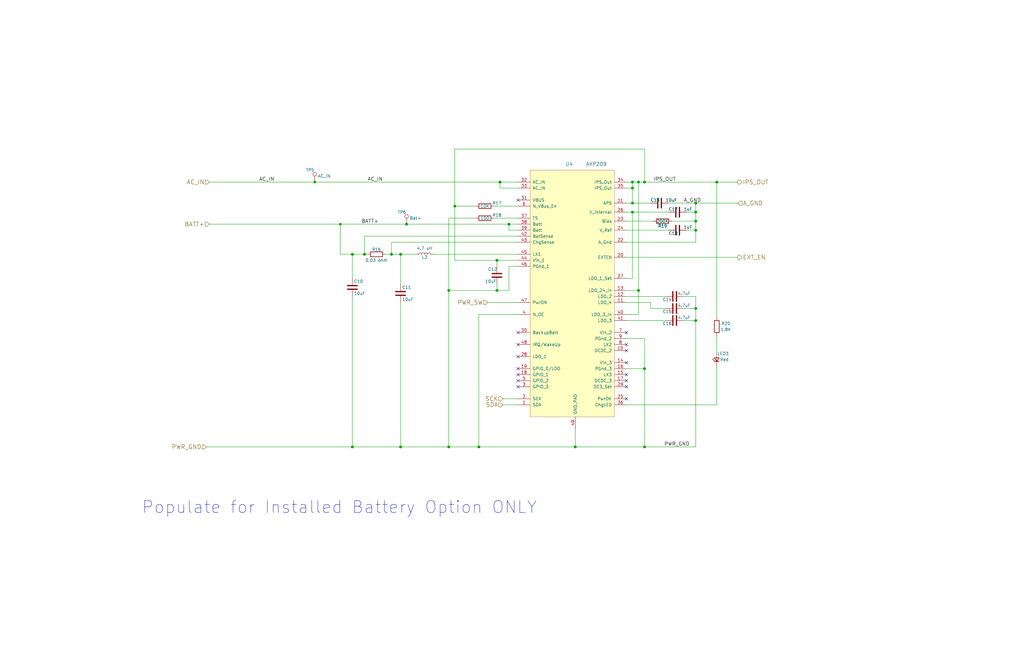
<source format=kicad_sch>
(kicad_sch (version 20211123) (generator eeschema)
  (paper "USLedger")
  (title_block (title "ConnectBox HAT 8") (date "2023-04-13") (rev "8.0.0") (company "ConnectBox") (comment 1 "JRA"))
  (lib_symbols
    (symbol "Connector:TestPoint" (pin_numbers hide) (pin_names (offset 0.762) hide)
      (property "Reference" "TP" (at 0 6.858 0))
      (property "Value" "TestPoint" (at 0 5.08 0))
      (symbol "TestPoint_0_1"
        (circle (center 0 3.302) (radius 0.762))
      )
      (symbol "TestPoint_1_1"
        (pin passive line (at 0 0 90) (length 2.54) (name "1") (number "1"))
      )
    )
    (symbol "Custom_1:AXP209" (pin_names (offset 1.016))
      (property "Reference" "U" (at -6.35 40.64 0))
      (property "Value" "AXP209" (at 5.08 40.64 0))
      (symbol "AXP209_0_1"
        (rectangle (start -22.86 38.1) (end 12.7 -66.04) (stroke (width 0.0254)) (fill (type background)))
      )
      (symbol "AXP209_1_1"
        (pin input line (at -27.94 -60.96 0) (length 5.08) (name "SDA") (number "1"))
        (pin input line (at 17.78 -38.1 180) (length 5.08) (name "DCDC_2") (number "10"))
        (pin input line (at 17.78 -17.78 180) (length 5.08) (name "LDO_4") (number "11"))
        (pin input line (at 17.78 -15.24 180) (length 5.08) (name "LDO_2") (number "12"))
        (pin input line (at 17.78 -12.7 180) (length 5.08) (name "LDO_24_In") (number "13"))
        (pin input line (at 17.78 -43.18 180) (length 5.08) (name "Vin_3") (number "14"))
        (pin input line (at 17.78 -48.26 180) (length 5.08) (name "LX3") (number "15"))
        (pin input line (at 17.78 -45.72 180) (length 5.08) (name "PGnd_3") (number "16"))
        (pin input line (at 17.78 -50.8 180) (length 5.08) (name "DCDC_3") (number "17"))
        (pin input line (at -27.94 -48.26 0) (length 5.08) (name "GPIO_1") (number "18"))
        (pin input line (at -27.94 -45.72 0) (length 5.08) (name "GPIO_0/LDO") (number "19"))
        (pin input line (at -27.94 -58.42 0) (length 5.08) (name "SCK") (number "2"))
        (pin output line (at 17.78 1.27 180) (length 5.08) (name "EXTEN") (number "20"))
        (pin input line (at 17.78 24.13 180) (length 5.08) (name "APS") (number "21"))
        (pin input line (at 17.78 7.62 180) (length 5.08) (name "A_Gnd") (number "22"))
        (pin input line (at 17.78 16.51 180) (length 5.08) (name "Bias") (number "23"))
        (pin input line (at 17.78 12.7 180) (length 5.08) (name "V_Ref") (number "24"))
        (pin input line (at 17.78 -58.42 180) (length 5.08) (name "PwrOK") (number "25"))
        (pin input line (at 17.78 20.32 180) (length 5.08) (name "V_Internal") (number "26"))
        (pin input line (at 17.78 -7.62 180) (length 5.08) (name "LDO_1_Set") (number "27"))
        (pin input line (at -27.94 -40.64 0) (length 5.08) (name "LDO_1") (number "28"))
        (pin input line (at 17.78 -53.34 180) (length 5.08) (name "DC3_Set") (number "29"))
        (pin input line (at -27.94 -53.34 0) (length 5.08) (name "GPIO_3") (number "3"))
        (pin input line (at -27.94 -30.48 0) (length 5.08) (name "BackupBatt") (number "30"))
        (pin input line (at -27.94 25.4 0) (length 5.08) (name "VBUS") (number "31"))
        (pin input line (at -27.94 33.02 0) (length 5.08) (name "AC_IN") (number "32"))
        (pin input line (at -27.94 30.48 0) (length 5.08) (name "AC_IN") (number "33"))
        (pin input line (at 17.78 33.02 180) (length 5.08) (name "IPS_Out") (number "34"))
        (pin input line (at 17.78 30.48 180) (length 5.08) (name "IPS_Out") (number "35"))
        (pin input line (at 17.78 -60.96 180) (length 5.08) (name "ChgLED") (number "36"))
        (pin input line (at -27.94 17.78 0) (length 5.08) (name "TS") (number "37"))
        (pin input line (at -27.94 15.24 0) (length 5.08) (name "Batt") (number "38"))
        (pin input line (at -27.94 12.7 0) (length 5.08) (name "Batt") (number "39"))
        (pin input line (at -27.94 -22.86 0) (length 5.08) (name "N_OE") (number "4"))
        (pin input line (at 17.78 -22.86 180) (length 5.08) (name "LDO_3_In") (number "40"))
        (pin input line (at 17.78 -25.4 180) (length 5.08) (name "LDO_3") (number "41"))
        (pin input line (at -27.94 10.16 0) (length 5.08) (name "BatSense") (number "42"))
        (pin input line (at -27.94 7.62 0) (length 5.08) (name "ChgSense") (number "43"))
        (pin input line (at -27.94 0 0) (length 5.08) (name "Vin_1") (number "44"))
        (pin input line (at -27.94 2.54 0) (length 5.08) (name "LX1") (number "45"))
        (pin input line (at -27.94 -2.54 0) (length 5.08) (name "PGnd_1") (number "46"))
        (pin input line (at -27.94 -17.78 0) (length 5.08) (name "PwrON") (number "47"))
        (pin input line (at -27.94 -35.56 0) (length 5.08) (name "IRQ/WakeUp") (number "48"))
        (pin input line (at -3.81 -71.12 90) (length 5.08) (name "GND_PAD") (number "49"))
        (pin input line (at -27.94 -50.8 0) (length 5.08) (name "GPIO_2") (number "5"))
        (pin input line (at -27.94 22.86 0) (length 5.08) (name "N_VBus_En") (number "6"))
        (pin input line (at 17.78 -30.48 180) (length 5.08) (name "Vin_2") (number "7"))
        (pin input line (at 17.78 -35.56 180) (length 5.08) (name "LX2") (number "8"))
        (pin input line (at 17.78 -33.02 180) (length 5.08) (name "PGnd_2") (number "9"))
      )
    )
    (symbol "Device:C" (pin_numbers hide) (pin_names (offset 0.254))
      (property "Reference" "C" (at 0.635 2.54 0))
      (property "Value" "C" (at 0.635 -2.54 0))
      (symbol "C_0_1"
        (polyline (pts (xy -2.032 -0.762) (xy 2.032 -0.762)) (stroke (width 0.508)))
        (polyline (pts (xy -2.032 0.762) (xy 2.032 0.762)) (stroke (width 0.508)))
      )
      (symbol "C_1_1"
        (pin passive line (at 0 3.81 270) (length 2.794) (name "~") (number "1"))
        (pin passive line (at 0 -3.81 90) (length 2.794) (name "~") (number "2"))
      )
    )
    (symbol "Device:L" (pin_numbers hide) (pin_names (offset 1.016) hide)
      (property "Reference" "L" (at -1.27 0 90))
      (property "Value" "L" (at 1.905 0 90))
      (symbol "L_0_1"
        (arc (start 0 -2.54) (mid 0.635 -1.905) (end 0 -1.27))
        (arc (start 0 -1.27) (mid 0.635 -0.635) (end 0 0))
        (arc (start 0 0) (mid 0.635 0.635) (end 0 1.27))
        (arc (start 0 1.27) (mid 0.635 1.905) (end 0 2.54))
      )
      (symbol "L_1_1"
        (pin passive line (at 0 3.81 270) (length 1.27) (name "1") (number "1"))
        (pin passive line (at 0 -3.81 90) (length 1.27) (name "2") (number "2"))
      )
    )
    (symbol "Device:LED_Small" (pin_numbers hide) (pin_names (offset 0.254) hide)
      (property "Reference" "D" (at -1.27 3.175 0))
      (property "Value" "LED_Small" (at -4.445 -2.54 0))
      (symbol "LED_Small_0_1"
        (polyline (pts (xy -0.762 -1.016) (xy -0.762 1.016)) (stroke (width 0.254)))
        (polyline (pts (xy 1.016 0) (xy -0.762 0)))
        (polyline (pts (xy 0.762 -1.016) (xy -0.762 0) (xy 0.762 1.016) (xy 0.762 -1.016)) (stroke (width 0.254)))
        (polyline (pts (xy 0 0.762) (xy -0.508 1.27) (xy -0.254 1.27) (xy -0.508 1.27) (xy -0.508 1.016)))
        (polyline (pts (xy 0.508 1.27) (xy 0 1.778) (xy 0.254 1.778) (xy 0 1.778) (xy 0 1.524)))
      )
      (symbol "LED_Small_1_1"
        (pin passive line (at -2.54 0 0) (length 1.778) (name "K") (number "1"))
        (pin passive line (at 2.54 0 180) (length 1.778) (name "A") (number "2"))
      )
    )
    (symbol "Device:R" (pin_numbers hide) (pin_names (offset 0))
      (property "Reference" "R" (at 2.032 0 90))
      (property "Value" "R" (at 0 0 90))
      (symbol "R_0_1"
        (rectangle (start -1.016 -2.54) (end 1.016 2.54) (stroke (width 0.254)))
      )
      (symbol "R_1_1"
        (pin passive line (at 0 3.81 270) (length 1.27) (name "~") (number "1"))
        (pin passive line (at 0 -3.81 90) (length 1.27) (name "~") (number "2"))
      )
    )
  )
  (junction (at 271.78 155.575) (diameter 1.016))
  (junction (at 189.23 122.555) (diameter 1.016))
  (junction (at 293.37 93.345) (diameter 1.016))
  (junction (at 210.82 76.835) (diameter 1.016))
  (junction (at 293.37 85.725) (diameter 1.016))
  (junction (at 148.59 188.595) (diameter 1.016))
  (junction (at 165.1 107.315) (diameter 1.016))
  (junction (at 293.37 89.535) (diameter 1.016))
  (junction (at 266.7 89.535) (diameter 1.016))
  (junction (at 191.77 86.995) (diameter 1.016))
  (junction (at 266.7 85.725) (diameter 1.016))
  (junction (at 168.91 107.315) (diameter 1.016))
  (junction (at 293.37 97.155) (diameter 1.016))
  (junction (at 271.78 76.835) (diameter 1.016))
  (junction (at 143.51 94.615))
  (junction (at 132.715 76.835))
  (junction (at 271.78 188.595) (diameter 1.016))
  (junction (at 148.59 107.315) (diameter 1.016))
  (junction (at 201.93 188.595) (diameter 1.016))
  (junction (at 242.57 188.595) (diameter 1.016))
  (junction (at 266.7 76.835) (diameter 1.016))
  (junction (at 209.55 109.855) (diameter 1.016))
  (junction (at 171.45 94.615) (diameter 1.016))
  (junction (at 153.67 107.315) (diameter 1.016))
  (junction (at 209.55 122.555) (diameter 1.016))
  (junction (at 269.24 122.555) (diameter 1.016))
  (junction (at 293.37 130.175) (diameter 1.016))
  (junction (at 269.24 76.835) (diameter 1.016))
  (junction (at 266.7 79.375) (diameter 1.016))
  (junction (at 293.37 135.255) (diameter 1.016))
  (junction (at 302.26 76.835) (diameter 1.016))
  (junction (at 189.23 188.595) (diameter 1.016))
  (junction (at 168.91 188.595) (diameter 1.016))
  (junction (at 214.63 94.615) (diameter 1.016))
  (no_connect (at 218.44 160.655))
  (no_connect (at 264.16 158.115))
  (no_connect (at 264.16 168.275))
  (no_connect (at 264.16 147.955))
  (no_connect (at 218.44 158.115))
  (no_connect (at 218.44 140.335))
  (no_connect (at 218.44 163.195))
  (no_connect (at 264.16 145.415))
  (no_connect (at 264.16 140.335))
  (no_connect (at 218.44 84.455))
  (no_connect (at 218.44 145.415))
  (no_connect (at 218.44 155.575))
  (no_connect (at 264.16 160.655))
  (no_connect (at 218.44 150.495))
  (no_connect (at 264.16 163.195))
  (no_connect (at 264.16 153.035))
  (wire (pts (xy 165.1 107.315) (xy 168.91 107.315)))
  (wire (pts (xy 191.77 62.865) (xy 271.78 62.865)))
  (wire (pts (xy 210.82 76.835) (xy 218.44 76.835)))
  (wire (pts (xy 148.59 107.315) (xy 153.67 107.315)))
  (wire (pts (xy 143.51 107.315) (xy 148.59 107.315)))
  (wire (pts (xy 208.28 86.995) (xy 218.44 86.995)))
  (wire (pts (xy 205.74 127.635) (xy 218.44 127.635)))
  (wire (pts (xy 293.37 97.155) (xy 289.56 97.155)))
  (wire (pts (xy 168.91 107.315) (xy 175.26 107.315)))
  (wire (pts (xy 302.26 76.835) (xy 311.15 76.835)))
  (wire (pts (xy 171.45 94.615) (xy 214.63 94.615)))
  (wire (pts (xy 281.94 85.725) (xy 293.37 85.725)))
  (wire (pts (xy 264.16 135.255) (xy 280.67 135.255)))
  (wire (pts (xy 288.29 130.175) (xy 293.37 130.175)))
  (wire (pts (xy 209.55 112.395) (xy 209.55 109.855)))
  (wire (pts (xy 271.78 188.595) (xy 242.57 188.595)))
  (wire (pts (xy 168.91 188.595) (xy 168.91 127.635)))
  (wire (pts (xy 264.16 85.725) (xy 266.7 85.725)))
  (wire (pts (xy 293.37 89.535) (xy 293.37 93.345)))
  (wire (pts (xy 269.24 132.715) (xy 264.16 132.715)))
  (wire (pts (xy 271.78 76.835) (xy 269.24 76.835)))
  (wire (pts (xy 132.715 76.835) (xy 210.82 76.835)))
  (wire (pts (xy 210.82 79.375) (xy 210.82 76.835)))
  (wire (pts (xy 264.16 89.535) (xy 266.7 89.535)))
  (wire (pts (xy 269.24 76.835) (xy 269.24 122.555)))
  (wire (pts (xy 148.59 125.095) (xy 148.59 188.595)))
  (wire (pts (xy 209.55 122.555) (xy 209.55 120.015)))
  (wire (pts (xy 269.24 122.555) (xy 269.24 132.715)))
  (wire (pts (xy 293.37 125.095) (xy 293.37 130.175)))
  (wire (pts (xy 189.23 188.595) (xy 201.93 188.595)))
  (wire (pts (xy 242.57 188.595) (xy 201.93 188.595)))
  (wire (pts (xy 168.91 188.595) (xy 148.59 188.595)))
  (wire (pts (xy 264.16 117.475) (xy 266.7 117.475)))
  (wire (pts (xy 293.37 85.725) (xy 311.15 85.725)))
  (wire (pts (xy 293.37 93.345) (xy 283.21 93.345)))
  (wire (pts (xy 214.63 94.615) (xy 218.44 94.615)))
  (wire (pts (xy 266.7 117.475) (xy 266.7 89.535)))
  (wire (pts (xy 209.55 122.555) (xy 189.23 122.555)))
  (wire (pts (xy 212.09 170.815) (xy 218.44 170.815)))
  (wire (pts (xy 200.66 92.075) (xy 189.23 92.075)))
  (wire (pts (xy 293.37 89.535) (xy 289.56 89.535)))
  (wire (pts (xy 264.16 127.635) (xy 274.32 127.635)))
  (wire (pts (xy 293.37 97.155) (xy 293.37 102.235)))
  (wire (pts (xy 271.78 142.875) (xy 271.78 155.575)))
  (wire (pts (xy 191.77 86.995) (xy 191.77 109.855)))
  (wire (pts (xy 148.59 117.475) (xy 148.59 107.315)))
  (wire (pts (xy 208.28 92.075) (xy 218.44 92.075)))
  (wire (pts (xy 293.37 130.175) (xy 293.37 135.255)))
  (wire (pts (xy 153.67 107.315) (xy 153.67 99.695)))
  (wire (pts (xy 281.94 97.155) (xy 264.16 97.155)))
  (wire (pts (xy 271.78 155.575) (xy 271.78 188.595)))
  (wire (pts (xy 214.63 94.615) (xy 214.63 97.155)))
  (wire (pts (xy 266.7 76.835) (xy 266.7 79.375)))
  (wire (pts (xy 264.16 125.095) (xy 280.67 125.095)))
  (wire (pts (xy 288.29 125.095) (xy 293.37 125.095)))
  (wire (pts (xy 302.26 76.835) (xy 302.26 133.985)))
  (wire (pts (xy 153.67 99.695) (xy 218.44 99.695)))
  (wire (pts (xy 293.37 85.725) (xy 293.37 89.535)))
  (wire (pts (xy 191.77 109.855) (xy 209.55 109.855)))
  (wire (pts (xy 153.67 107.315) (xy 154.94 107.315)))
  (wire (pts (xy 264.16 93.345) (xy 275.59 93.345)))
  (wire (pts (xy 264.16 155.575) (xy 271.78 155.575)))
  (wire (pts (xy 271.78 76.835) (xy 302.26 76.835)))
  (wire (pts (xy 288.29 135.255) (xy 293.37 135.255)))
  (wire (pts (xy 242.57 188.595) (xy 242.57 180.975)))
  (wire (pts (xy 264.16 170.815) (xy 302.26 170.815)))
  (wire (pts (xy 302.26 154.305) (xy 302.26 170.815)))
  (wire (pts (xy 266.7 89.535) (xy 281.94 89.535)))
  (wire (pts (xy 201.93 132.715) (xy 201.93 188.595)))
  (wire (pts (xy 218.44 132.715) (xy 201.93 132.715)))
  (wire (pts (xy 182.88 107.315) (xy 218.44 107.315)))
  (wire (pts (xy 266.7 79.375) (xy 266.7 85.725)))
  (wire (pts (xy 302.26 141.605) (xy 302.26 149.225)))
  (wire (pts (xy 218.44 79.375) (xy 210.82 79.375)))
  (wire (pts (xy 264.16 142.875) (xy 271.78 142.875)))
  (wire (pts (xy 293.37 93.345) (xy 293.37 97.155)))
  (wire (pts (xy 212.09 168.275) (xy 218.44 168.275)))
  (wire (pts (xy 189.23 92.075) (xy 189.23 122.555)))
  (wire (pts (xy 143.51 94.615) (xy 171.45 94.615)))
  (wire (pts (xy 86.995 188.595) (xy 148.59 188.595)))
  (wire (pts (xy 264.16 102.235) (xy 293.37 102.235)))
  (wire (pts (xy 218.44 102.235) (xy 165.1 102.235)))
  (wire (pts (xy 209.55 109.855) (xy 218.44 109.855)))
  (wire (pts (xy 271.78 188.595) (xy 293.37 188.595)))
  (wire (pts (xy 200.66 86.995) (xy 191.77 86.995)))
  (wire (pts (xy 274.32 127.635) (xy 274.32 130.175)))
  (wire (pts (xy 293.37 135.255) (xy 293.37 188.595)))
  (wire (pts (xy 162.56 107.315) (xy 165.1 107.315)))
  (wire (pts (xy 218.44 112.395) (xy 214.63 112.395)))
  (wire (pts (xy 189.23 122.555) (xy 189.23 188.595)))
  (wire (pts (xy 191.77 62.865) (xy 191.77 86.995)))
  (wire (pts (xy 274.32 130.175) (xy 280.67 130.175)))
  (wire (pts (xy 264.16 122.555) (xy 269.24 122.555)))
  (wire (pts (xy 264.16 108.585) (xy 311.15 108.585)))
  (wire (pts (xy 266.7 85.725) (xy 274.32 85.725)))
  (wire (pts (xy 214.63 112.395) (xy 214.63 122.555)))
  (wire (pts (xy 88.265 76.835) (xy 132.715 76.835)))
  (wire (pts (xy 214.63 97.155) (xy 218.44 97.155)))
  (wire (pts (xy 143.51 94.615) (xy 143.51 107.315)))
  (wire (pts (xy 168.91 107.315) (xy 168.91 120.015)))
  (wire (pts (xy 168.91 188.595) (xy 189.23 188.595)))
  (wire (pts (xy 271.78 62.865) (xy 271.78 76.835)))
  (wire (pts (xy 88.265 94.615) (xy 143.51 94.615)))
  (wire (pts (xy 214.63 122.555) (xy 209.55 122.555)))
  (wire (pts (xy 269.24 76.835) (xy 266.7 76.835)))
  (wire (pts (xy 264.16 79.375) (xy 266.7 79.375)))
  (wire (pts (xy 165.1 102.235) (xy 165.1 107.315)))
  (wire (pts (xy 266.7 76.835) (xy 264.16 76.835)))
  (text "Populate for Installed Battery Option ONLY" (at 59.69 217.17 0) (effects (font (size 5.08 5.08)) (justify left bottom)))
  (label "PWR_GND" (at 280.035 188.595 0) (effects (font (size 1.524 1.524))))
  (label "IPS_OUT" (at 275.59 76.835 0) (effects (font (size 1.524 1.524))))
  (label "A_GND" (at 288.29 85.725 0) (effects (font (size 1.524 1.524))))
  (label "BATT+" (at 152.4 94.615 0) (effects (font (size 1.524 1.524))))
  (label "AC_IN" (at 154.94 76.835 0) (effects (font (size 1.524 1.524))))
  (label "AC_IN" (at 109.22 76.835 0) (effects (font (size 1.524 1.524))))
  (hierarchical_label "PWR_SW" (shape input) (at 205.74 127.635 180) (effects (font (size 1.778 1.778))))
  (hierarchical_label "BATT+" (shape input) (at 88.265 94.615 180) (effects (font (size 1.778 1.778))))
  (hierarchical_label "AC_IN" (shape input) (at 88.265 76.835 180) (effects (font (size 1.778 1.778))))
  (hierarchical_label "SDA" (shape input) (at 212.09 170.815 180) (effects (font (size 1.778 1.778))))
  (hierarchical_label "EXT_EN" (shape output) (at 311.15 108.585 0) (effects (font (size 1.778 1.778))))
  (hierarchical_label "A_GND" (shape input) (at 311.15 85.725 0) (effects (font (size 1.778 1.778))))
  (hierarchical_label "PWR_GND" (shape input) (at 86.995 188.595 180) (effects (font (size 1.778 1.778))))
  (hierarchical_label "IPS_OUT" (shape output) (at 311.15 76.835 0) (effects (font (size 1.778 1.778))))
  (hierarchical_label "SCK" (shape input) (at 212.09 168.275 180) (effects (font (size 1.778 1.778))))
  (symbol (lib_id "Device:C") (at 148.59 121.285 0) (unit 1)
    (property "Reference" "C10" (at 149.225 118.745 0) (effects (justify left)))
    (property "Value" "10uF" (at 149.225 123.825 0) (effects (justify left)))
    (property "Footprint" "Capacitor_SMD:C_0805_2012Metric" (effects hide))
    (property "Manufacturer" "Samsung Electro-Mechanics" (effects hide))
    (property "Manufacturer P/N" "CL21A106MPFNNNE" (effects hide))
    (property "Description" "CAP CER 10UF 10V X5R 0805" (effects hide))
    (property "DigiKey P/N" "1276-1144-1-ND" (effects hide))
    (property "Type" "SMD" (effects hide))
  )
  (symbol (lib_id "Device:R") (at 158.75 107.315 90) (unit 1)
    (property "Reference" "R16" (at 158.75 105.283 90))
    (property "Value" "0.03 ohm" (at 158.75 109.855 90))
    (property "Footprint" "Resistor_SMD:R_0805_2012Metric" (effects hide))
    (property "Manufacturer" "Panasonic Electronic Components" (effects hide))
    (property "Manufacturer P/N" "ERJ-6CWFR030V" (effects hide))
    (property "Description" "RES 0.03 OHM 1% 1/2W 0805" (effects hide))
    (property "DigiKey P/N" "P19207CT-ND" (effects hide))
    (property "Type" "SMD" (effects hide))
  )
  (symbol (lib_id "Device:C") (at 168.91 123.825 0) (unit 1)
    (property "Reference" "C11" (at 169.545 121.285 0) (effects (justify left)))
    (property "Value" "10uF" (at 169.545 126.365 0) (effects (justify left)))
    (property "Footprint" "Capacitor_SMD:C_0805_2012Metric" (effects hide))
    (property "Manufacturer" "Samsung Electro-Mechanics" (effects hide))
    (property "Manufacturer P/N" "CL21A106MPFNNNE" (effects hide))
    (property "Description" "CAP CER 10UF 10V X5R 0805" (effects hide))
    (property "DigiKey P/N" "1276-1144-1-ND" (effects hide))
    (property "Type" "SMD" (effects hide))
  )
  (symbol (lib_id "Device:R") (at 204.47 92.075 270) (unit 1)
    (property "Reference" "R18" (at 209.55 90.805 90))
    (property "Value" "100" (at 204.47 92.075 90))
    (property "Footprint" "Resistor_SMD:R_0805_2012Metric" (effects hide))
    (property "Manufacturer" "Yageo" (effects hide))
    (property "Manufacturer P/N" "RC0805FR-07100RL" (effects hide))
    (property "Description" "RES SMD 100 OHM 1% 1/8W 0805" (effects hide))
    (property "DigiKey P/N" "311-100CRCT-ND" (effects hide))
    (property "Type" "SMD" (effects hide))
  )
  (symbol (lib_id "Device:R") (at 204.47 86.995 270) (unit 1)
    (property "Reference" "R17" (at 209.55 85.725 90))
    (property "Value" "10K" (at 204.47 86.995 90))
    (property "Footprint" "Resistor_SMD:R_0805_2012Metric" (effects hide))
    (property "Manufacturer" "Yageo" (effects hide))
    (property "Manufacturer P/N" "RC0805FR-0710KL" (effects hide))
    (property "Description" "RES SMD 10K OHM 1% 1/8W 0805" (effects hide))
    (property "DigiKey P/N" "311-10.0KCRCT-ND" (effects hide))
    (property "Type" "SMD" (effects hide))
  )
  (symbol (lib_id "Device:R") (at 279.4 93.345 270) (unit 1)
    (property "Reference" "R19" (at 279.4 95.377 90))
    (property "Value" "200K" (at 279.4 93.345 90))
    (property "Footprint" "Resistor_SMD:R_0805_2012Metric" (effects hide))
    (property "Manufacturer" "Yageo" (effects hide))
    (property "Manufacturer P/N" "RC0805FR-07200KL" (effects hide))
    (property "Description" "RES SMD 200K OHM 1% 1/8W 0805" (effects hide))
    (property "DigiKey P/N" "311-200KCRCT-ND" (effects hide))
    (property "Type" "SMD" (effects hide))
  )
  (symbol (lib_id "Device:C") (at 285.75 89.535 270) (unit 1)
    (property "Reference" "C17" (at 281.94 88.265 90) (effects (justify left)))
    (property "Value" "1uF" (at 288.29 88.265 90) (effects (justify left)))
    (property "Footprint" "Capacitor_SMD:C_0805_2012Metric" (effects hide))
    (property "Manufacturer" "KEMET" (effects hide))
    (property "Manufacturer P/N" "C0805C105K8PACTU" (effects hide))
    (property "Description" "CAP CER 1UF 10V X5R 0805" (effects hide))
    (property "DigiKey P/N" "399-8006-1-ND" (effects hide))
    (property "Type" "SMD" (effects hide))
  )
  (symbol (lib_id "Device:C") (at 285.75 97.155 270) (unit 1)
    (property "Reference" "C18" (at 281.94 98.425 90) (effects (justify left)))
    (property "Value" "1uF" (at 288.29 95.885 90) (effects (justify left)))
    (property "Footprint" "Capacitor_SMD:C_0805_2012Metric" (effects hide))
    (property "Manufacturer" "KEMET" (effects hide))
    (property "Manufacturer P/N" "C0805C105K8PACTU" (effects hide))
    (property "Description" "CAP CER 1UF 10V X5R 0805" (effects hide))
    (property "DigiKey P/N" "399-8006-1-ND" (effects hide))
    (property "Type" "SMD" (effects hide))
  )
  (symbol (lib_id "Device:C") (at 278.13 85.725 270) (unit 1)
    (property "Reference" "C13" (at 274.32 84.455 90) (effects (justify left)))
    (property "Value" "10uF" (at 280.67 84.455 90) (effects (justify left)))
    (property "Footprint" "Capacitor_SMD:C_0805_2012Metric" (effects hide))
    (property "Manufacturer" "Samsung Electro-Mechanics" (effects hide))
    (property "Manufacturer P/N" "CL21A106MPFNNNE" (effects hide))
    (property "Description" "CAP CER 10UF 10V X5R 0805" (effects hide))
    (property "DigiKey P/N" "1276-1144-1-ND" (effects hide))
    (property "Type" "SMD" (effects hide))
  )
  (symbol (lib_id "Device:C") (at 209.55 116.205 0) (unit 1)
    (property "Reference" "C12" (at 205.74 113.665 0) (effects (justify left)))
    (property "Value" "10uF" (at 204.47 118.745 0) (effects (justify left)))
    (property "Footprint" "Capacitor_SMD:C_0805_2012Metric" (effects hide))
    (property "Manufacturer" "Samsung Electro-Mechanics" (effects hide))
    (property "Manufacturer P/N" "CL21A106MPFNNNE" (effects hide))
    (property "Description" "CAP CER 10UF 10V X5R 0805" (effects hide))
    (property "DigiKey P/N" "1276-1144-1-ND" (effects hide))
    (property "Type" "SMD" (effects hide))
  )
  (symbol (lib_id "Custom_1:AXP209") (at 246.38 109.855 0) (unit 1)
    (property "Reference" "U4" (at 240.03 69.215 0) (effects (font (size 1.524 1.524))))
    (property "Value" "AXP209" (at 251.46 69.215 0) (effects (font (size 1.524 1.524))))
    (property "Footprint" "CustomComponents:UQFN-48-1EP_6x6mm_Pitch0.4mm_75" (effects hide))
    (property "Datasheet" "http://www.kynix.com/Detail/120792/AXP209.html" (effects hide))
    (property "Manufacturer" "X-Powers" (effects hide))
    (property "Manufacturer P/N" "AXP209" (effects hide))
    (property "Description" "Enhanced single Cell Li-Battery and Power System Management IC" (effects hide))
    (property "Type" "SMD" (effects hide))
  )
  (symbol (lib_id "Device:C") (at 284.48 125.095 270) (unit 1)
    (property "Reference" "C14" (at 279.4 126.365 90) (effects (justify left)))
    (property "Value" "4.7uF" (at 285.75 123.825 90) (effects (justify left)))
    (property "Footprint" "Capacitor_SMD:C_0805_2012Metric" (effects hide))
    (property "Manufacturer" "Samsung Electro-Mechanics" (effects hide))
    (property "Manufacturer P/N" "CL21B475KPFNNNE" (effects hide))
    (property "Description" "CAP CER 4.7UF 10V X7R 0805" (effects hide))
    (property "DigiKey P/N" "1276-2972-1-ND" (effects hide))
    (property "Type" "SMD" (effects hide))
  )
  (symbol (lib_id "Device:C") (at 284.48 130.175 270) (unit 1)
    (property "Reference" "C15" (at 279.4 131.445 90) (effects (justify left)))
    (property "Value" "4.7uF" (at 285.75 128.905 90) (effects (justify left)))
    (property "Footprint" "Capacitor_SMD:C_0805_2012Metric" (effects hide))
    (property "Manufacturer" "Samsung Electro-Mechanics" (effects hide))
    (property "Manufacturer P/N" "CL21B475KPFNNNE" (effects hide))
    (property "Description" "CAP CER 4.7UF 10V X7R 0805" (effects hide))
    (property "DigiKey P/N" "1276-2972-1-ND" (effects hide))
    (property "Type" "SMD" (effects hide))
  )
  (symbol (lib_id "Device:C") (at 284.48 135.255 270) (unit 1)
    (property "Reference" "C16" (at 279.4 136.525 90) (effects (justify left)))
    (property "Value" "4.7uF" (at 285.75 133.985 90) (effects (justify left)))
    (property "Footprint" "Capacitor_SMD:C_0805_2012Metric" (effects hide))
    (property "Manufacturer" "Samsung Electro-Mechanics" (effects hide))
    (property "Manufacturer P/N" "CL21B475KPFNNNE" (effects hide))
    (property "Description" "CAP CER 4.7UF 10V X7R 0805" (effects hide))
    (property "DigiKey P/N" "1276-2972-1-ND" (effects hide))
    (property "Type" "SMD" (effects hide))
  )
  (symbol (lib_id "Device:L") (at 179.07 107.315 90) (unit 1)
    (property "Reference" "L2" (at 179.07 108.585 90))
    (property "Value" "4.7 uH" (at 179.07 104.775 90))
    (property "Footprint" "CustomComponents:INDUCTOR_SMD_6x6-1" (effects hide))
    (property "Manufacturer" "Taiyo Yuden" (effects hide))
    (property "Manufacturer P/N" "NR6028T4R7M" (effects hide))
    (property "Description" "FIXED IND 4.7UH 3A 40.3 MOHM SMD" (effects hide))
    (property "DigiKey P/N" "587-2100-1-ND" (effects hide))
    (property "Type" "SMD" (effects hide))
  )
  (symbol (lib_id "Connector:TestPoint") (at 171.45 94.615 0) (unit 1)
    (property "Reference" "TP6" (at 167.64 89.535 0) (effects (justify left)))
    (property "Value" "Bat+" (at 172.72 92.075 0) (effects (justify left)))
    (property "Footprint" "TestPoint:TestPoint_THTPad_D1.5mm_Drill0.7mm" (effects hide))
  )
  (symbol (lib_id "Device:R") (at 302.26 137.795 0) (unit 1)
    (property "Reference" "R20" (at 306.07 136.525 0))
    (property "Value" "1.8K" (at 306.07 139.065 0))
    (property "Footprint" "Resistor_SMD:R_0805_2012Metric" (effects hide))
    (property "Manufacturer" "Yageo" (effects hide))
    (property "Manufacturer P/N" "RC0805FR-071K8L" (effects hide))
    (property "Description" "RES SMD 1.8K OHM 1% 1/8W 0805" (effects hide))
    (property "DigiKey P/N" "311-1.80KCRCT-ND" (effects hide))
    (property "Type" "SMD" (effects hide))
  )
  (symbol (lib_id "Device:LED_Small") (at 302.26 151.765 90) (unit 1)
    (property "Reference" "LED3" (at 307.34 149.225 90) (effects (justify left)))
    (property "Value" "Red" (at 307.34 151.765 90) (effects (justify left)))
    (property "Footprint" "LED_SMD:LED_0603_1608Metric" (effects hide))
    (property "Manufacturer" "Lite-On Inc." (effects hide))
    (property "Manufacturer P/N" "LTST-C191KRKT" (effects hide))
    (property "Description" "LED RED CLEAR 0603 SMD" (effects hide))
    (property "DigiKey P/N" "160-1447-1-ND" (effects hide))
    (property "Type" "SMD" (effects hide))
  )
  (symbol (lib_id "Connector:TestPoint") (at 132.715 76.835 0) (unit 1)
    (property "Reference" "TP5" (at 128.905 71.755 0) (effects (justify left)))
    (property "Value" "AC_IN" (at 133.985 74.295 0) (effects (justify left)))
    (property "Footprint" "TestPoint:TestPoint_THTPad_D1.5mm_Drill0.7mm" (effects hide))
  )
)
</source>
